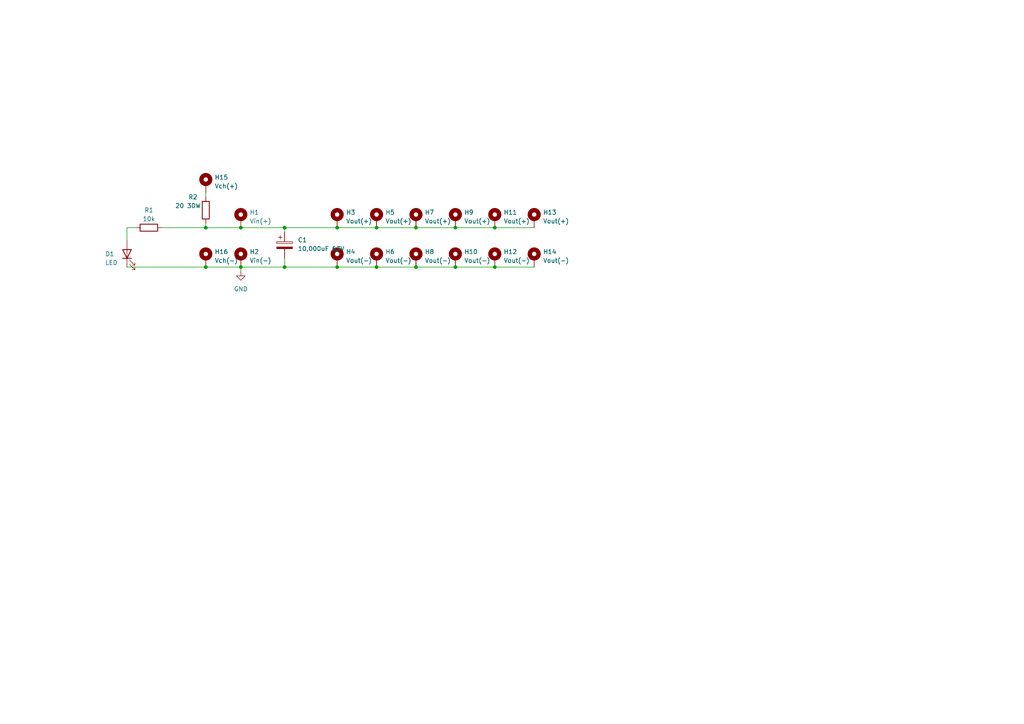
<source format=kicad_sch>
(kicad_sch (version 20220126) (generator eeschema)
  (paper "A4")
  (lib_symbols
    (symbol "Device:C_Polarized" (pin_numbers hide) (pin_names (offset 0.254))
      (property "Reference" "C" (at 0.635 2.54 0))
      (property "Value" "C_Polarized" (at 0.635 -2.54 0))
      (symbol "C_Polarized_0_1"
        (rectangle (start -2.286 0.508) (end 2.286 1.016))
        (polyline (pts (xy -1.778 2.286) (xy -0.762 2.286)))
        (polyline (pts (xy -1.27 2.794) (xy -1.27 1.778)))
        (rectangle (start 2.286 -0.508) (end -2.286 -1.016) (fill (type outline)))
      )
      (symbol "C_Polarized_1_1"
        (pin passive line (at 0 3.81 270) (length 2.794) (name "~") (number "1"))
        (pin passive line (at 0 -3.81 90) (length 2.794) (name "~") (number "2"))
      )
    )
    (symbol "Device:LED" (pin_numbers hide) (pin_names (offset 1.016) hide)
      (property "Reference" "D" (at 0 2.54 0))
      (property "Value" "LED" (at 0 -2.54 0))
      (symbol "LED_0_1"
        (polyline (pts (xy -1.27 -1.27) (xy -1.27 1.27)) (stroke (width 0.254)))
        (polyline (pts (xy -1.27 0) (xy 1.27 0)))
        (polyline (pts (xy 1.27 -1.27) (xy 1.27 1.27) (xy -1.27 0) (xy 1.27 -1.27)) (stroke (width 0.254)))
        (polyline (pts (xy -3.048 -0.762) (xy -4.572 -2.286) (xy -3.81 -2.286) (xy -4.572 -2.286) (xy -4.572 -1.524)))
        (polyline (pts (xy -1.778 -0.762) (xy -3.302 -2.286) (xy -2.54 -2.286) (xy -3.302 -2.286) (xy -3.302 -1.524)))
      )
      (symbol "LED_1_1"
        (pin passive line (at -3.81 0 0) (length 2.54) (name "K") (number "1"))
        (pin passive line (at 3.81 0 180) (length 2.54) (name "A") (number "2"))
      )
    )
    (symbol "Device:R" (pin_numbers hide) (pin_names (offset 0))
      (property "Reference" "R" (at 2.032 0 90))
      (property "Value" "R" (at 0 0 90))
      (symbol "R_0_1"
        (rectangle (start -1.016 -2.54) (end 1.016 2.54) (stroke (width 0.254)))
      )
      (symbol "R_1_1"
        (pin passive line (at 0 3.81 270) (length 1.27) (name "~") (number "1"))
        (pin passive line (at 0 -3.81 90) (length 1.27) (name "~") (number "2"))
      )
    )
    (symbol "Mechanical:MountingHole_Pad" (pin_numbers hide) (pin_names (offset 1.016) hide)
      (property "Reference" "H" (at 0 6.35 0))
      (property "Value" "MountingHole_Pad" (at 0 4.445 0))
      (symbol "MountingHole_Pad_0_1"
        (circle (center 0 1.27) (radius 1.27) (stroke (width 1.27)))
      )
      (symbol "MountingHole_Pad_1_1"
        (pin input line (at 0 -2.54 90) (length 2.54) (name "1") (number "1"))
      )
    )
    (symbol "power:GND" (power) (pin_names (offset 0))
      (property "Value" "GND" (at 0 -3.81 0))
      (symbol "GND_0_1"
        (polyline (pts (xy 0 0) (xy 0 -1.27) (xy 1.27 -1.27) (xy 0 -2.54) (xy -1.27 -1.27) (xy 0 -1.27)))
      )
      (symbol "GND_1_1"
        (pin power_in line (at 0 0 270) (length 0) hide (name "GND") (number "1"))
      )
    )
  )
  (junction (at 120.65 77.47))
  (junction (at 82.55 77.47))
  (junction (at 109.22 77.47))
  (junction (at 97.79 77.47))
  (junction (at 69.85 77.47))
  (junction (at 69.85 66.04))
  (junction (at 132.08 77.47))
  (junction (at 97.79 66.04))
  (junction (at 82.55 66.04))
  (junction (at 109.22 66.04))
  (junction (at 59.69 77.47))
  (junction (at 120.65 66.04))
  (junction (at 143.51 66.04))
  (junction (at 143.51 77.47))
  (junction (at 59.69 66.04))
  (junction (at 132.08 66.04))
  (wire (pts (xy 59.69 55.88) (xy 59.69 57.15)))
  (wire (pts (xy 82.55 66.04) (xy 82.55 67.31)))
  (wire (pts (xy 82.55 74.93) (xy 82.55 77.47)))
  (wire (pts (xy 132.08 66.04) (xy 143.51 66.04)))
  (wire (pts (xy 143.51 66.04) (xy 154.94 66.04)))
  (wire (pts (xy 82.55 66.04) (xy 97.79 66.04)))
  (wire (pts (xy 59.69 66.04) (xy 69.85 66.04)))
  (wire (pts (xy 120.65 77.47) (xy 132.08 77.47)))
  (wire (pts (xy 36.83 66.04) (xy 36.83 69.85)))
  (wire (pts (xy 109.22 66.04) (xy 120.65 66.04)))
  (wire (pts (xy 36.83 77.47) (xy 59.69 77.47)))
  (wire (pts (xy 132.08 77.47) (xy 143.51 77.47)))
  (wire (pts (xy 69.85 77.47) (xy 69.85 78.74)))
  (wire (pts (xy 97.79 77.47) (xy 109.22 77.47)))
  (wire (pts (xy 59.69 64.77) (xy 59.69 66.04)))
  (wire (pts (xy 46.99 66.04) (xy 59.69 66.04)))
  (wire (pts (xy 120.65 66.04) (xy 132.08 66.04)))
  (wire (pts (xy 109.22 77.47) (xy 120.65 77.47)))
  (wire (pts (xy 143.51 77.47) (xy 154.94 77.47)))
  (wire (pts (xy 97.79 66.04) (xy 109.22 66.04)))
  (wire (pts (xy 69.85 66.04) (xy 82.55 66.04)))
  (wire (pts (xy 82.55 77.47) (xy 97.79 77.47)))
  (wire (pts (xy 59.69 77.47) (xy 69.85 77.47)))
  (wire (pts (xy 69.85 77.47) (xy 82.55 77.47)))
  (wire (pts (xy 39.37 66.04) (xy 36.83 66.04)))
  (symbol (lib_id "power:GND") (at 69.85 78.74 0) (unit 1)
    (property "Reference" "#PWR01" (effects hide))
    (property "Value" "GND" (at 69.85 83.82 0))
  )
  (symbol (lib_id "Mechanical:MountingHole_Pad") (at 109.22 74.93 0) (unit 1)
    (property "Reference" "H6" (at 111.76 73.025 0) (effects (justify left)))
    (property "Value" "Vout(-)" (at 111.76 75.565 0) (effects (justify left)))
    (property "Footprint" "MountingHole:MountingHole_3.2mm_M3_DIN965_Pad" (effects hide))
  )
  (symbol (lib_id "Mechanical:MountingHole_Pad") (at 69.85 74.93 0) (unit 1)
    (property "Reference" "H2" (at 72.39 73.025 0) (effects (justify left)))
    (property "Value" "Vin(-)" (at 72.39 75.565 0) (effects (justify left)))
    (property "Footprint" "MountingHole:MountingHole_5.3mm_M5_DIN965_Pad" (effects hide))
  )
  (symbol (lib_id "Mechanical:MountingHole_Pad") (at 143.51 74.93 0) (unit 1)
    (property "Reference" "H12" (at 146.05 73.025 0) (effects (justify left)))
    (property "Value" "Vout(-)" (at 146.05 75.565 0) (effects (justify left)))
    (property "Footprint" "MountingHole:MountingHole_3.2mm_M3_DIN965_Pad" (effects hide))
  )
  (symbol (lib_id "Mechanical:MountingHole_Pad") (at 69.85 63.5 0) (unit 1)
    (property "Reference" "H1" (at 72.39 61.595 0) (effects (justify left)))
    (property "Value" "Vin(+)" (at 72.39 64.135 0) (effects (justify left)))
    (property "Footprint" "MountingHole:MountingHole_5.3mm_M5_DIN965_Pad" (effects hide))
  )
  (symbol (lib_id "Mechanical:MountingHole_Pad") (at 97.79 63.5 0) (unit 1)
    (property "Reference" "H3" (at 100.33 61.595 0) (effects (justify left)))
    (property "Value" "Vout(+)" (at 100.33 64.135 0) (effects (justify left)))
    (property "Footprint" "MountingHole:MountingHole_3.2mm_M3_DIN965_Pad" (effects hide))
  )
  (symbol (lib_id "Mechanical:MountingHole_Pad") (at 132.08 74.93 0) (unit 1)
    (property "Reference" "H10" (at 134.62 73.025 0) (effects (justify left)))
    (property "Value" "Vout(-)" (at 134.62 75.565 0) (effects (justify left)))
    (property "Footprint" "MountingHole:MountingHole_3.2mm_M3_DIN965_Pad" (effects hide))
  )
  (symbol (lib_id "Mechanical:MountingHole_Pad") (at 59.69 74.93 0) (unit 1)
    (property "Reference" "H16" (at 62.23 73.025 0) (effects (justify left)))
    (property "Value" "Vch(-)" (at 62.23 75.565 0) (effects (justify left)))
    (property "Footprint" "MountingHole:MountingHole_3.2mm_M3_DIN965_Pad" (effects hide))
  )
  (symbol (lib_id "Mechanical:MountingHole_Pad") (at 120.65 74.93 0) (unit 1)
    (property "Reference" "H8" (at 123.19 73.025 0) (effects (justify left)))
    (property "Value" "Vout(-)" (at 123.19 75.565 0) (effects (justify left)))
    (property "Footprint" "MountingHole:MountingHole_3.2mm_M3_DIN965_Pad" (effects hide))
  )
  (symbol (lib_id "Mechanical:MountingHole_Pad") (at 143.51 63.5 0) (unit 1)
    (property "Reference" "H11" (at 146.05 61.595 0) (effects (justify left)))
    (property "Value" "Vout(+)" (at 146.05 64.135 0) (effects (justify left)))
    (property "Footprint" "MountingHole:MountingHole_3.2mm_M3_DIN965_Pad" (effects hide))
  )
  (symbol (lib_id "Mechanical:MountingHole_Pad") (at 120.65 63.5 0) (unit 1)
    (property "Reference" "H7" (at 123.19 61.595 0) (effects (justify left)))
    (property "Value" "Vout(+)" (at 123.19 64.135 0) (effects (justify left)))
    (property "Footprint" "MountingHole:MountingHole_3.2mm_M3_DIN965_Pad" (effects hide))
  )
  (symbol (lib_id "Mechanical:MountingHole_Pad") (at 109.22 63.5 0) (unit 1)
    (property "Reference" "H5" (at 111.76 61.595 0) (effects (justify left)))
    (property "Value" "Vout(+)" (at 111.76 64.135 0) (effects (justify left)))
    (property "Footprint" "MountingHole:MountingHole_3.2mm_M3_DIN965_Pad" (effects hide))
  )
  (symbol (lib_id "Mechanical:MountingHole_Pad") (at 132.08 63.5 0) (unit 1)
    (property "Reference" "H9" (at 134.62 61.595 0) (effects (justify left)))
    (property "Value" "Vout(+)" (at 134.62 64.135 0) (effects (justify left)))
    (property "Footprint" "MountingHole:MountingHole_3.2mm_M3_DIN965_Pad" (effects hide))
  )
  (symbol (lib_id "Mechanical:MountingHole_Pad") (at 97.79 74.93 0) (unit 1)
    (property "Reference" "H4" (at 100.33 73.025 0) (effects (justify left)))
    (property "Value" "Vout(-)" (at 100.33 75.565 0) (effects (justify left)))
    (property "Footprint" "MountingHole:MountingHole_3.2mm_M3_DIN965_Pad" (effects hide))
  )
  (symbol (lib_id "Mechanical:MountingHole_Pad") (at 59.69 53.34 0) (unit 1)
    (property "Reference" "H15" (at 62.23 51.435 0) (effects (justify left)))
    (property "Value" "Vch(+)" (at 62.23 53.975 0) (effects (justify left)))
    (property "Footprint" "MountingHole:MountingHole_3.2mm_M3_DIN965_Pad" (effects hide))
  )
  (symbol (lib_id "Device:C_Polarized") (at 82.55 71.12 0) (unit 1)
    (property "Reference" "C1" (at 86.36 69.596 0) (effects (justify left)))
    (property "Value" "10,000uF 63V" (at 86.36 72.136 0) (effects (justify left)))
    (property "Footprint" "Capacitor_THT:CP_Radial_D35.0mm_P10.00mm_SnapIn" (effects hide))
  )
  (symbol (lib_id "Device:LED") (at 36.83 73.66 90) (unit 1)
    (property "Reference" "D1" (at 30.48 73.66 90) (effects (justify right)))
    (property "Value" "LED" (at 30.48 76.2 90) (effects (justify right)))
    (property "Footprint" "LED_SMD:LED_0603_1608Metric" (effects hide))
  )
  (symbol (lib_id "Mechanical:MountingHole_Pad") (at 154.94 63.5 0) (unit 1)
    (property "Reference" "H13" (at 157.48 61.595 0) (effects (justify left)))
    (property "Value" "Vout(+)" (at 157.48 64.135 0) (effects (justify left)))
    (property "Footprint" "MountingHole:MountingHole_3.2mm_M3_DIN965_Pad" (effects hide))
  )
  (symbol (lib_id "Mechanical:MountingHole_Pad") (at 154.94 74.93 0) (unit 1)
    (property "Reference" "H14" (at 157.48 73.025 0) (effects (justify left)))
    (property "Value" "Vout(-)" (at 157.48 75.565 0) (effects (justify left)))
    (property "Footprint" "MountingHole:MountingHole_3.2mm_M3_DIN965_Pad" (effects hide))
  )
  (symbol (lib_id "Device:R") (at 43.18 66.04 90) (unit 1)
    (property "Reference" "R1" (at 43.18 60.96 90))
    (property "Value" "10k" (at 43.18 63.5 90))
    (property "Footprint" "Resistor_SMD:R_0603_1608Metric" (effects hide))
  )
  (symbol (lib_id "Device:R") (at 59.69 60.96 0) (unit 1)
    (property "Reference" "R2" (at 54.61 57.15 0) (effects (justify left)))
    (property "Value" "20 30W" (at 50.8 59.69 0) (effects (justify left)))
    (property "Footprint" "Package_TO_SOT_THT:TO-220-2_Vertical" (effects hide))
  )
)
</source>
